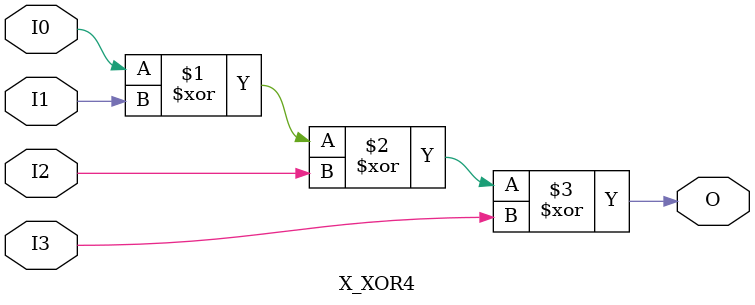
<source format=v>

`timescale 1 ps/1 ps

module X_XOR4 (O, I0, I1, I2, I3);

  parameter LOC = "UNPLACED";
  output O;
  input I0, I1, I2, I3;

  xor (O, I0, I1, I2, I3);

  specify

	(I0 => O) = (0:0:0, 0:0:0);
	(I1 => O) = (0:0:0, 0:0:0);
	(I2 => O) = (0:0:0, 0:0:0);
	(I3 => O) = (0:0:0, 0:0:0);

	specparam PATHPULSE$ = 0;

  endspecify

endmodule

</source>
